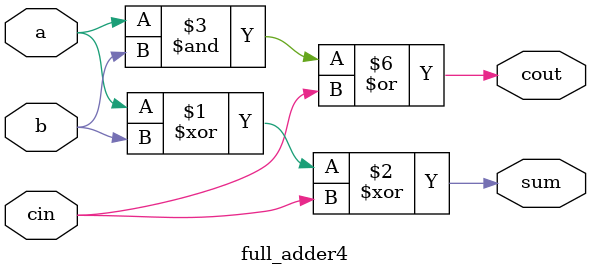
<source format=v>
module full_adder4(a,b,cin,sum,cout);
input a,b,cin;
output sum,cout;
assign sum = a^b^cin;
assign cout = a&b|cin&(a|1'b1); 
// initial begin
//     $display("The incorrect adder with or0 having in2/1");
// end   
endmodule
</source>
